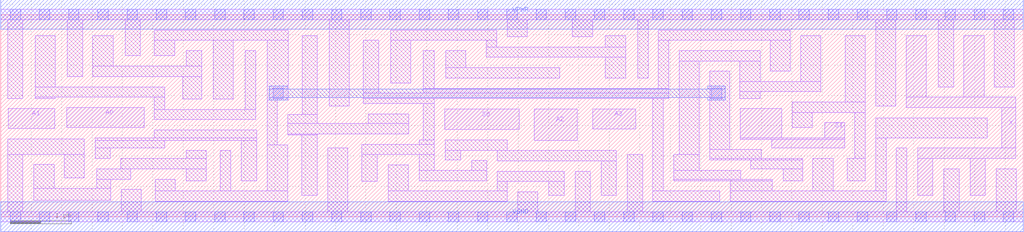
<source format=lef>
# Copyright 2020 The SkyWater PDK Authors
#
# Licensed under the Apache License, Version 2.0 (the "License");
# you may not use this file except in compliance with the License.
# You may obtain a copy of the License at
#
#     https://www.apache.org/licenses/LICENSE-2.0
#
# Unless required by applicable law or agreed to in writing, software
# distributed under the License is distributed on an "AS IS" BASIS,
# WITHOUT WARRANTIES OR CONDITIONS OF ANY KIND, either express or implied.
# See the License for the specific language governing permissions and
# limitations under the License.
#
# SPDX-License-Identifier: Apache-2.0

VERSION 5.5 ;
NAMESCASESENSITIVE ON ;
BUSBITCHARS "[]" ;
DIVIDERCHAR "/" ;
MACRO sky130_fd_sc_ls__mux4_4
  CLASS CORE ;
  SOURCE USER ;
  ORIGIN  0.000000  0.000000 ;
  SIZE  16.80000 BY  3.330000 ;
  SYMMETRY X Y ;
  SITE unit ;
  PIN A0
    ANTENNAGATEAREA  0.492000 ;
    DIRECTION INPUT ;
    USE SIGNAL ;
    PORT
      LAYER li1 ;
        RECT 1.085000 1.470000 2.355000 1.800000 ;
    END
  END A0
  PIN A1
    ANTENNAGATEAREA  0.492000 ;
    DIRECTION INPUT ;
    USE SIGNAL ;
    PORT
      LAYER li1 ;
        RECT 0.125000 1.450000 0.890000 1.780000 ;
    END
  END A1
  PIN A2
    ANTENNAGATEAREA  0.492000 ;
    DIRECTION INPUT ;
    USE SIGNAL ;
    PORT
      LAYER li1 ;
        RECT 8.765000 1.260000 9.475000 1.775000 ;
    END
  END A2
  PIN A3
    ANTENNAGATEAREA  0.492000 ;
    DIRECTION INPUT ;
    USE SIGNAL ;
    PORT
      LAYER li1 ;
        RECT 9.725000 1.445000 10.435000 1.775000 ;
    END
  END A3
  PIN S0
    ANTENNAGATEAREA  1.263000 ;
    DIRECTION INPUT ;
    USE SIGNAL ;
    PORT
      LAYER li1 ;
        RECT 7.295000 1.435000 8.515000 1.775000 ;
    END
  END S0
  PIN S1
    ANTENNAGATEAREA  0.771000 ;
    DIRECTION INPUT ;
    USE SIGNAL ;
    PORT
      LAYER li1 ;
        RECT 12.150000 1.275000 13.865000 1.300000 ;
        RECT 12.150000 1.300000 12.835000 1.780000 ;
        RECT 12.665000 1.130000 13.865000 1.275000 ;
        RECT 13.540000 1.300000 13.865000 1.550000 ;
    END
  END S1
  PIN X
    ANTENNADIFFAREA  1.086400 ;
    DIRECTION OUTPUT ;
    USE SIGNAL ;
    PORT
      LAYER li1 ;
        RECT 14.875000 1.800000 16.675000 1.970000 ;
        RECT 14.875000 1.970000 15.205000 2.980000 ;
        RECT 15.065000 0.350000 15.315000 0.960000 ;
        RECT 15.065000 0.960000 16.675000 1.130000 ;
        RECT 15.825000 1.970000 16.155000 2.980000 ;
        RECT 15.925000 0.350000 16.175000 0.960000 ;
        RECT 16.445000 1.130000 16.675000 1.800000 ;
    END
  END X
  PIN VGND
    DIRECTION INOUT ;
    SHAPE ABUTMENT ;
    USE GROUND ;
    PORT
      LAYER met1 ;
        RECT 0.000000 -0.245000 16.800000 0.245000 ;
    END
  END VGND
  PIN VPWR
    DIRECTION INOUT ;
    SHAPE ABUTMENT ;
    USE POWER ;
    PORT
      LAYER met1 ;
        RECT 0.000000 3.085000 16.800000 3.575000 ;
    END
  END VPWR
  OBS
    LAYER li1 ;
      RECT  0.000000 -0.085000 16.800000 0.085000 ;
      RECT  0.000000  3.245000 16.800000 3.415000 ;
      RECT  0.115000  0.085000  0.365000 1.030000 ;
      RECT  0.115000  1.030000  1.370000 1.280000 ;
      RECT  0.115000  1.950000  0.365000 3.245000 ;
      RECT  0.545000  0.275000  1.810000 0.470000 ;
      RECT  0.545000  0.470000  0.875000 0.860000 ;
      RECT  0.565000  1.950000  0.895000 1.970000 ;
      RECT  0.565000  1.970000  2.695000 2.140000 ;
      RECT  0.565000  2.140000  0.895000 2.980000 ;
      RECT  1.045000  0.640000  1.370000 1.030000 ;
      RECT  1.095000  2.310000  1.345000 3.245000 ;
      RECT  1.515000  2.310000  3.300000 2.480000 ;
      RECT  1.515000  2.480000  1.845000 2.980000 ;
      RECT  1.550000  0.960000  1.800000 1.130000 ;
      RECT  1.550000  1.130000  2.695000 1.260000 ;
      RECT  1.550000  1.260000  4.205000 1.300000 ;
      RECT  1.575000  0.470000  1.810000 0.620000 ;
      RECT  1.575000  0.620000  2.140000 0.790000 ;
      RECT  1.970000  0.790000  3.380000 0.960000 ;
      RECT  1.980000  0.085000  2.310000 0.450000 ;
      RECT  2.045000  2.650000  2.295000 3.245000 ;
      RECT  2.525000  1.300000  4.205000 1.430000 ;
      RECT  2.525000  1.600000  4.190000 1.770000 ;
      RECT  2.525000  1.770000  2.695000 1.970000 ;
      RECT  2.525000  2.650000  2.860000 2.905000 ;
      RECT  2.525000  2.905000  4.720000 3.075000 ;
      RECT  2.540000  0.255000  4.715000 0.425000 ;
      RECT  2.540000  0.425000  2.870000 0.620000 ;
      RECT  2.990000  1.940000  3.300000 2.310000 ;
      RECT  3.045000  2.480000  3.300000 2.735000 ;
      RECT  3.050000  0.595000  3.380000 0.790000 ;
      RECT  3.050000  0.960000  3.380000 1.090000 ;
      RECT  3.490000  1.940000  3.820000 2.905000 ;
      RECT  3.605000  0.425000  3.775000 1.090000 ;
      RECT  3.955000  0.595000  4.205000 1.260000 ;
      RECT  4.020000  1.770000  4.190000 2.735000 ;
      RECT  4.375000  0.425000  4.715000 1.180000 ;
      RECT  4.375000  1.180000  4.545000 1.920000 ;
      RECT  4.375000  1.920000  4.720000 2.905000 ;
      RECT  4.715000  1.350000  5.200000 1.365000 ;
      RECT  4.715000  1.365000  6.705000 1.535000 ;
      RECT  4.715000  1.535000  5.200000 1.680000 ;
      RECT  4.945000  0.350000  5.200000 1.350000 ;
      RECT  4.950000  1.680000  5.200000 2.980000 ;
      RECT  5.375000  0.085000  5.705000 1.130000 ;
      RECT  5.400000  1.820000  5.730000 3.245000 ;
      RECT  5.935000  0.585000  6.185000 1.025000 ;
      RECT  5.935000  1.025000  7.125000 1.195000 ;
      RECT  5.960000  1.865000  7.125000 1.945000 ;
      RECT  5.960000  1.945000 10.975000 2.035000 ;
      RECT  5.960000  2.035000  6.210000 2.905000 ;
      RECT  6.035000  1.535000  6.705000 1.695000 ;
      RECT  6.365000  0.255000  8.325000 0.425000 ;
      RECT  6.365000  0.425000  6.695000 0.855000 ;
      RECT  6.410000  2.205000  6.740000 2.905000 ;
      RECT  6.410000  2.905000  8.150000 3.075000 ;
      RECT  6.875000  0.595000  7.985000 0.765000 ;
      RECT  6.875000  0.765000  7.125000 1.025000 ;
      RECT  6.875000  1.195000  7.125000 1.265000 ;
      RECT  6.940000  1.265000  7.125000 1.865000 ;
      RECT  6.940000  2.035000 10.975000 2.115000 ;
      RECT  6.940000  2.115000  7.125000 2.735000 ;
      RECT  7.305000  0.935000  7.555000 1.095000 ;
      RECT  7.305000  1.095000  8.325000 1.265000 ;
      RECT  7.310000  2.285000  9.185000 2.455000 ;
      RECT  7.310000  2.455000  7.640000 2.735000 ;
      RECT  7.735000  0.765000  7.985000 0.925000 ;
      RECT  7.980000  2.625000 10.265000 2.795000 ;
      RECT  7.980000  2.795000  8.150000 2.905000 ;
      RECT  8.155000  0.425000  8.325000 0.580000 ;
      RECT  8.155000  0.580000  9.255000 0.750000 ;
      RECT  8.155000  0.920000 10.115000 1.090000 ;
      RECT  8.155000  1.090000  8.325000 1.095000 ;
      RECT  8.320000  2.965000  8.650000 3.245000 ;
      RECT  8.495000  0.085000  8.825000 0.410000 ;
      RECT  9.005000  0.350000  9.255000 0.580000 ;
      RECT  9.390000  2.965000  9.730000 3.245000 ;
      RECT  9.435000  0.085000  9.685000 0.750000 ;
      RECT  9.865000  0.350000 10.115000 0.920000 ;
      RECT  9.935000  2.285000 10.265000 2.625000 ;
      RECT  9.935000  2.795000 10.265000 2.980000 ;
      RECT 10.295000  0.085000 10.545000 1.030000 ;
      RECT 10.465000  2.285000 10.635000 3.245000 ;
      RECT 10.715000  0.255000 11.815000 0.425000 ;
      RECT 10.715000  0.425000 10.885000 1.945000 ;
      RECT 10.805000  2.115000 10.975000 2.905000 ;
      RECT 10.805000  2.905000 12.975000 3.075000 ;
      RECT 11.055000  0.595000 12.675000 0.620000 ;
      RECT 11.055000  0.620000 12.155000 0.765000 ;
      RECT 11.055000  0.765000 11.475000 1.030000 ;
      RECT 11.145000  1.030000 11.475000 2.565000 ;
      RECT 11.145000  2.565000 12.475000 2.735000 ;
      RECT 11.645000  0.935000 13.175000 0.960000 ;
      RECT 11.645000  0.960000 12.495000 1.105000 ;
      RECT 11.645000  1.105000 11.975000 2.395000 ;
      RECT 11.985000  0.255000 14.545000 0.425000 ;
      RECT 11.985000  0.425000 12.675000 0.595000 ;
      RECT 12.145000  1.950000 12.475000 2.060000 ;
      RECT 12.145000  2.060000 13.475000 2.230000 ;
      RECT 12.145000  2.230000 12.475000 2.565000 ;
      RECT 12.325000  0.790000 13.175000 0.935000 ;
      RECT 12.645000  2.400000 12.975000 2.905000 ;
      RECT 12.860000  0.595000 13.175000 0.790000 ;
      RECT 13.005000  1.470000 13.330000 1.720000 ;
      RECT 13.005000  1.720000 14.205000 1.890000 ;
      RECT 13.145000  2.230000 13.475000 2.980000 ;
      RECT 13.345000  0.425000 13.675000 0.960000 ;
      RECT 13.875000  1.890000 14.205000 2.980000 ;
      RECT 13.905000  0.595000 14.205000 0.960000 ;
      RECT 14.035000  0.960000 14.205000 1.720000 ;
      RECT 14.375000  0.425000 14.545000 1.300000 ;
      RECT 14.375000  1.300000 16.210000 1.630000 ;
      RECT 14.375000  1.820000 14.705000 3.245000 ;
      RECT 14.715000  0.085000 14.885000 1.130000 ;
      RECT 15.405000  2.140000 15.655000 3.245000 ;
      RECT 15.495000  0.085000 15.745000 0.790000 ;
      RECT 16.325000  2.140000 16.655000 3.245000 ;
      RECT 16.355000  0.085000 16.685000 0.790000 ;
    LAYER mcon ;
      RECT  0.155000 -0.085000  0.325000 0.085000 ;
      RECT  0.155000  3.245000  0.325000 3.415000 ;
      RECT  0.635000 -0.085000  0.805000 0.085000 ;
      RECT  0.635000  3.245000  0.805000 3.415000 ;
      RECT  1.115000 -0.085000  1.285000 0.085000 ;
      RECT  1.115000  3.245000  1.285000 3.415000 ;
      RECT  1.595000 -0.085000  1.765000 0.085000 ;
      RECT  1.595000  3.245000  1.765000 3.415000 ;
      RECT  2.075000 -0.085000  2.245000 0.085000 ;
      RECT  2.075000  3.245000  2.245000 3.415000 ;
      RECT  2.555000 -0.085000  2.725000 0.085000 ;
      RECT  2.555000  3.245000  2.725000 3.415000 ;
      RECT  3.035000 -0.085000  3.205000 0.085000 ;
      RECT  3.035000  3.245000  3.205000 3.415000 ;
      RECT  3.515000 -0.085000  3.685000 0.085000 ;
      RECT  3.515000  3.245000  3.685000 3.415000 ;
      RECT  3.995000 -0.085000  4.165000 0.085000 ;
      RECT  3.995000  3.245000  4.165000 3.415000 ;
      RECT  4.475000 -0.085000  4.645000 0.085000 ;
      RECT  4.475000  1.950000  4.645000 2.120000 ;
      RECT  4.475000  3.245000  4.645000 3.415000 ;
      RECT  4.955000 -0.085000  5.125000 0.085000 ;
      RECT  4.955000  3.245000  5.125000 3.415000 ;
      RECT  5.435000 -0.085000  5.605000 0.085000 ;
      RECT  5.435000  3.245000  5.605000 3.415000 ;
      RECT  5.915000 -0.085000  6.085000 0.085000 ;
      RECT  5.915000  3.245000  6.085000 3.415000 ;
      RECT  6.395000 -0.085000  6.565000 0.085000 ;
      RECT  6.395000  3.245000  6.565000 3.415000 ;
      RECT  6.875000 -0.085000  7.045000 0.085000 ;
      RECT  6.875000  3.245000  7.045000 3.415000 ;
      RECT  7.355000 -0.085000  7.525000 0.085000 ;
      RECT  7.355000  3.245000  7.525000 3.415000 ;
      RECT  7.835000 -0.085000  8.005000 0.085000 ;
      RECT  7.835000  3.245000  8.005000 3.415000 ;
      RECT  8.315000 -0.085000  8.485000 0.085000 ;
      RECT  8.315000  3.245000  8.485000 3.415000 ;
      RECT  8.795000 -0.085000  8.965000 0.085000 ;
      RECT  8.795000  3.245000  8.965000 3.415000 ;
      RECT  9.275000 -0.085000  9.445000 0.085000 ;
      RECT  9.275000  3.245000  9.445000 3.415000 ;
      RECT  9.755000 -0.085000  9.925000 0.085000 ;
      RECT  9.755000  3.245000  9.925000 3.415000 ;
      RECT 10.235000 -0.085000 10.405000 0.085000 ;
      RECT 10.235000  3.245000 10.405000 3.415000 ;
      RECT 10.715000 -0.085000 10.885000 0.085000 ;
      RECT 10.715000  3.245000 10.885000 3.415000 ;
      RECT 11.195000 -0.085000 11.365000 0.085000 ;
      RECT 11.195000  3.245000 11.365000 3.415000 ;
      RECT 11.675000 -0.085000 11.845000 0.085000 ;
      RECT 11.675000  1.950000 11.845000 2.120000 ;
      RECT 11.675000  3.245000 11.845000 3.415000 ;
      RECT 12.155000 -0.085000 12.325000 0.085000 ;
      RECT 12.155000  3.245000 12.325000 3.415000 ;
      RECT 12.635000 -0.085000 12.805000 0.085000 ;
      RECT 12.635000  3.245000 12.805000 3.415000 ;
      RECT 13.115000 -0.085000 13.285000 0.085000 ;
      RECT 13.115000  3.245000 13.285000 3.415000 ;
      RECT 13.595000 -0.085000 13.765000 0.085000 ;
      RECT 13.595000  3.245000 13.765000 3.415000 ;
      RECT 14.075000 -0.085000 14.245000 0.085000 ;
      RECT 14.075000  3.245000 14.245000 3.415000 ;
      RECT 14.555000 -0.085000 14.725000 0.085000 ;
      RECT 14.555000  3.245000 14.725000 3.415000 ;
      RECT 15.035000 -0.085000 15.205000 0.085000 ;
      RECT 15.035000  3.245000 15.205000 3.415000 ;
      RECT 15.515000 -0.085000 15.685000 0.085000 ;
      RECT 15.515000  3.245000 15.685000 3.415000 ;
      RECT 15.995000 -0.085000 16.165000 0.085000 ;
      RECT 15.995000  3.245000 16.165000 3.415000 ;
      RECT 16.475000 -0.085000 16.645000 0.085000 ;
      RECT 16.475000  3.245000 16.645000 3.415000 ;
    LAYER met1 ;
      RECT  4.415000 1.920000  4.705000 1.965000 ;
      RECT  4.415000 1.965000 11.905000 2.105000 ;
      RECT  4.415000 2.105000  4.705000 2.150000 ;
      RECT 11.615000 1.920000 11.905000 1.965000 ;
      RECT 11.615000 2.105000 11.905000 2.150000 ;
  END
END sky130_fd_sc_ls__mux4_4

</source>
